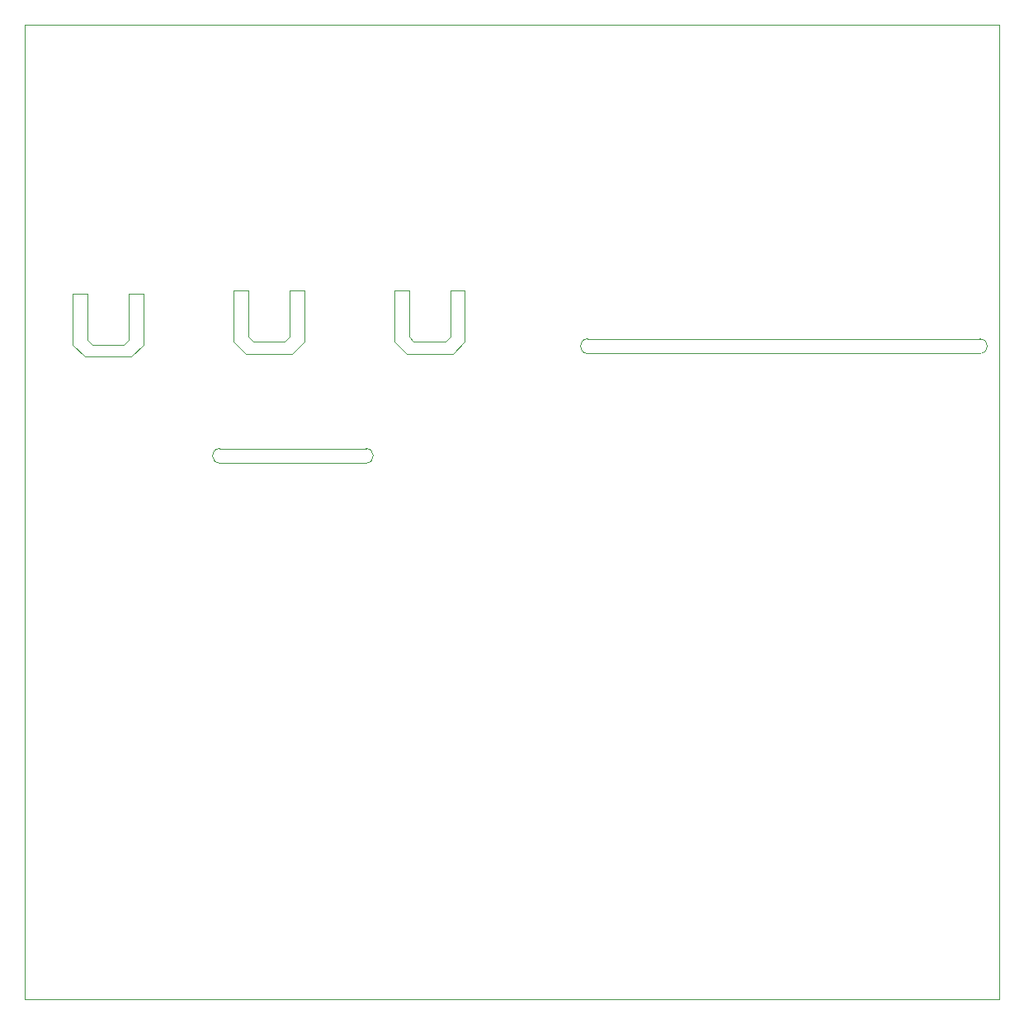
<source format=gbr>
G04 #@! TF.GenerationSoftware,KiCad,Pcbnew,(5.1.4)-1*
G04 #@! TF.CreationDate,2021-11-15T14:39:09-03:00*
G04 #@! TF.ProjectId,PLC_ESP32,504c435f-4553-4503-9332-2e6b69636164,rev?*
G04 #@! TF.SameCoordinates,Original*
G04 #@! TF.FileFunction,Profile,NP*
%FSLAX46Y46*%
G04 Gerber Fmt 4.6, Leading zero omitted, Abs format (unit mm)*
G04 Created by KiCad (PCBNEW (5.1.4)-1) date 2021-11-15 14:39:09*
%MOMM*%
%LPD*%
G04 APERTURE LIST*
%ADD10C,0.050000*%
%ADD11C,0.100000*%
G04 APERTURE END LIST*
D10*
X90650000Y-92600000D02*
X90650000Y-97350000D01*
X92150000Y-92600000D02*
X90650000Y-92600000D01*
X86900000Y-97850000D02*
X86400000Y-97350000D01*
X92150000Y-97850000D02*
X92150000Y-92600000D01*
X84900000Y-97850000D02*
X86150000Y-99100000D01*
X90650000Y-97350000D02*
X90150000Y-97850000D01*
X90900000Y-99100000D02*
X92150000Y-97850000D01*
X86400000Y-92600000D02*
X84900000Y-92600000D01*
X86400000Y-97350000D02*
X86400000Y-92600000D01*
X90150000Y-97850000D02*
X86900000Y-97850000D01*
X86150000Y-99100000D02*
X90900000Y-99100000D01*
X84900000Y-92600000D02*
X84900000Y-97850000D01*
X107150000Y-92300000D02*
X107150000Y-97050000D01*
X108650000Y-92300000D02*
X107150000Y-92300000D01*
X103400000Y-97550000D02*
X102900000Y-97050000D01*
X108650000Y-97550000D02*
X108650000Y-92300000D01*
X101400000Y-97550000D02*
X102650000Y-98800000D01*
X107150000Y-97050000D02*
X106650000Y-97550000D01*
X107400000Y-98800000D02*
X108650000Y-97550000D01*
X102900000Y-92300000D02*
X101400000Y-92300000D01*
X102900000Y-97050000D02*
X102900000Y-92300000D01*
X106650000Y-97550000D02*
X103400000Y-97550000D01*
X102650000Y-98800000D02*
X107400000Y-98800000D01*
X101400000Y-92300000D02*
X101400000Y-97550000D01*
X117900000Y-92300000D02*
X117900000Y-97550000D01*
X119150000Y-98800000D02*
X123900000Y-98800000D01*
X123150000Y-97550000D02*
X119900000Y-97550000D01*
X119400000Y-97050000D02*
X119400000Y-92300000D01*
X119400000Y-92300000D02*
X117900000Y-92300000D01*
X123900000Y-98800000D02*
X125150000Y-97550000D01*
X123650000Y-97050000D02*
X123150000Y-97550000D01*
X117900000Y-97550000D02*
X119150000Y-98800000D01*
X125150000Y-97550000D02*
X125150000Y-92300000D01*
X119900000Y-97550000D02*
X119400000Y-97050000D01*
X125150000Y-92300000D02*
X123650000Y-92300000D01*
X123650000Y-92300000D02*
X123650000Y-97050000D01*
X137750000Y-98750000D02*
G75*
G02X137750000Y-97250000I0J750000D01*
G01*
X178000000Y-98750000D02*
X137750000Y-98750000D01*
X137750000Y-97250000D02*
X178000000Y-97250000D01*
X178000000Y-97250000D02*
G75*
G02X178000000Y-98750000I0J-750000D01*
G01*
X115000000Y-108500000D02*
G75*
G02X115000000Y-110000000I0J-750000D01*
G01*
X100000000Y-110000000D02*
G75*
G02X100000000Y-108500000I0J750000D01*
G01*
X115000000Y-110000000D02*
X100000000Y-110000000D01*
X100000000Y-108500000D02*
X115000000Y-108500000D01*
D11*
X80000000Y-165000000D02*
X80000000Y-65000000D01*
X180000000Y-165000000D02*
X80000000Y-165000000D01*
X180000000Y-65000000D02*
X180000000Y-165000000D01*
X80000000Y-65000000D02*
X180000000Y-65000000D01*
M02*

</source>
